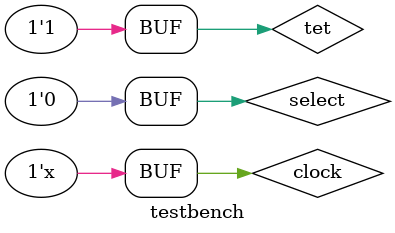
<source format=v>
module CLA_4(X, Y, Cin, S, Cout);
input [3:0] X;
input [3:0] Y;
input Cin;
output [3:0] S;
output Cout;
and get_0_0_0(tmp_0_0_0, X[0], Y[0]);
or get_0_0_1(tmp_0_0_1, X[0], Y[0]);
and get_0_1_0(tmp_0_1_0, X[1], Y[1]);
or get_0_1_1(tmp_0_1_1, X[1], Y[1]);
and get_0_2_0(tmp_0_2_0, X[2], Y[2]);
or get_0_2_1(tmp_0_2_1, X[2], Y[2]);
and get_0_3_0(tmp_0_3_0, X[3], Y[3]);
or get_0_3_1(tmp_0_3_1, X[3], Y[3]);
and get_1_0_0(tmp_1_0_0, ~tmp_0_0_0, tmp_0_0_1);
xor getS0(S0, tmp_1_0_0, Cin);
and get_1_1_0(tmp_1_1_0, ~tmp_0_1_0, tmp_0_1_1);
not get_1_1_1(tmp_1_1_1, tmp_0_0_0);
nand get_1_1_2(tmp_1_1_2, Cin, tmp_0_0_1);
nand get_2_0_0(tmp_2_0_0, tmp_1_1_1, tmp_1_1_2);
xor getS1(S1, tmp_1_1_0, tmp_2_0_0);
and get_1_2_0(tmp_1_2_0, ~tmp_0_2_0, tmp_0_2_1);
not get_1_2_1(tmp_1_2_1, tmp_0_1_0);
nand get_1_2_2(tmp_1_2_2, tmp_0_1_1, tmp_0_0_0);
nand get_1_2_3(tmp_1_2_3, tmp_0_1_1, tmp_0_0_1, Cin);
nand get_2_1_0(tmp_2_1_0, tmp_1_2_1, tmp_1_2_2, tmp_1_2_3);
xor getS2(S2, tmp_1_2_0, tmp_2_1_0);
and get_1_3_0(tmp_1_3_0, ~tmp_0_3_0, tmp_0_3_1);
not get_1_3_1(tmp_1_3_1, tmp_0_2_0);
nand get_1_3_2(tmp_1_3_2, tmp_0_2_1, tmp_0_1_0);
nand get_1_3_3(tmp_1_3_3, tmp_0_2_1, tmp_0_1_1, tmp_0_0_0);
nand get_1_3_4(tmp_1_3_4, tmp_0_2_1, tmp_0_1_1, tmp_0_0_1, Cin); 
nand get_2_2_0(tmp_2_2_0, tmp_1_3_1, tmp_1_3_2, tmp_1_3_3, tmp_1_3_4);
xor getS3(S3, tmp_1_3_0, tmp_2_2_0);
not get_1_4_0(tmp_1_4_0, tmp_0_3_0);
nand get_1_4_1(tmp_1_4_1, tmp_0_3_1, tmp_0_2_0);
nand get_1_4_2(tmp_1_4_2, tmp_0_3_1, tmp_0_2_1, tmp_0_1_0);
nand get_1_4_3(tmp_1_4_3, tmp_0_3_1, tmp_0_2_1, tmp_0_1_1, tmp_0_0_0);
nand get_1_4_4(tmp_1_4_4, tmp_0_3_1, tmp_0_2_1, tmp_0_1_1, tmp_0_0_1, Cin);
nand getCout(Cout, tmp_1_4_0, tmp_1_4_1, tmp_1_4_2, tmp_1_4_3,tmp_1_4_4);
assign S = {S3,S2,S1,S0};
endmodule

module CLA_32(X, Y, Cin, S, Cout);
input [31:0] X, Y; 
input Cin;   
output [31:0] S;
output Cout;
wire Cout0, Cout1, Cout2, Cout3, Cout4, Cout5, Cout6;    
CLA_4 add0 (X[3:0], Y[3:0], Cin, S[3:0], Cout0);
CLA_4 add1 (X[7:4], Y[7:4], Cout0, S[7:4], Cout1);
CLA_4 add2 (X[11:8], Y[11:8], Cout1, S[11:8], Cout2);
CLA_4 add3 (X[15:12], Y[15:12], Cout2, S[15:12], Cout3);
CLA_4 add4 (X[19:16], Y[19:16], Cout3, S[19:16], Cout4);
CLA_4 add5 (X[23:20], Y[23:20], Cout4, S[23:20], Cout5);
CLA_4 add6 (X[27:24], Y[27:24], Cout5, S[27:24], Cout6);
CLA_4 add7 (X[31:28], Y[31:28], Cout6, S[31:28], Cout);
endmodule

module PCadd4(PC_o,PCadd4);
input [31:0] PC_o;//偏移量
output [31:0] PCadd4;//新指令地址
CLA_32 cla32(PC_o,4,0, PCadd4, Cout);
endmodule

module PC(Clk,Reset,Result,Address);  
input Clk;//时钟
input Reset;//是否重置地址。0-初始化PC，否则接受新地址       
input[31:0] Result;
output reg[31:0] Address;
//reg[31:0] Address;
initial begin
Address  <= 0;
end
always @(posedge Clk or negedge Reset)  
begin  
if (!Reset) //如果为0则初始化PC，否则接受新地址
begin  
Address <= 0;  
end  
else   
begin
Address =  Result;  
end  
end  
endmodule

module INSTMEM(Addr,Inst);//指令存储器
input[31:0]Addr;
//input InsMemRW;//状态为'0'，写指令寄存器，否则为读指令寄存器
output[31:0]Inst;
wire[7:0]Rom[31:0];
assign Rom[5'h00]=32'h20010008;//addi $1,$0,8 $1=8
assign Rom[5'h01]=32'h3402000C;//ori $2,$0,12 $2=12
assign Rom[5'h02]=32'h00221820;//add $3,$1,$2 $3=20
assign Rom[5'h03]=32'h00412022;//sub $4,$2,$1 $4=4
assign Rom[5'h04]=32'h00222824;//and $5,$1,$2
assign Rom[5'h05]=32'h00223025;//or $6,$1,$2
assign Rom[5'h06]=32'h14220002;//bne $1,$2,2
assign Rom[5'h07]=32'hXXXXXXXX;
assign Rom[5'h08]=32'hXXXXXXXX;
assign Rom[5'h09]=32'h10220002;// beq $1,$2,2
assign Rom[5'h0A]=32'h0800000D;// J 0D 
assign Rom[5'h0B]=32'hXXXXXXXX;
assign Rom[5'h0C]=32'hXXXXXXXX;
assign Rom[5'h0D]=32'hAD02000A;// sw $2 10($8) memory[$8+10]=12
assign Rom[5'h0E]=32'h8D04000A;//lw $4 10($8) $4=12
assign Rom[5'h0F]=32'h10440003;//beq $2,$4,3
assign Rom[5'h10]=32'hXXXXXXXX;
assign Rom[5'h11]=32'hXXXXXXXX;
assign Rom[5'h12]=32'hXXXXXXXX;
assign Rom[5'h13]=32'h30470009;//andi $2,9,$7
assign Rom[5'h14]=32'hXXXXXXXX;
assign Rom[5'h15]=32'hXXXXXXXX;
assign Rom[5'h16]=32'hXXXXXXXX;
assign Rom[5'h17]=32'hXXXXXXXX;
assign Rom[5'h18]=32'hXXXXXXXX;
assign Rom[5'h19]=32'hXXXXXXXX;
assign Rom[5'h1A]=32'hXXXXXXXX;
assign Rom[5'h1B]=32'hXXXXXXXX;
assign Rom[5'h1C]=32'hXXXXXXXX;
assign Rom[5'h1D]=32'hXXXXXXXX;
assign Rom[5'h1E]=32'hXXXXXXXX;
assign Rom[5'h1F]=32'hXXXXXXXX;
assign Inst=Rom[Addr[6:2]];
endmodule
module DATAMEM(Addr,Din,Clk,We,Dout);
input[31:0]Addr,Din;
input Clk,We;
output[31:0]Dout;
reg[31:0]Ram[31:0];
assign Dout=Ram[Addr[6:2]];
always@(posedge Clk)begin
if(We)Ram[Addr[6:2]]<=Din;
end
integer i;
initial begin
for(i=0;i<32;i=i+1)
Ram[i]=0;
end
endmodule
module SHIFTER32_L2(X,Sh);
input [31:0] X;
output [31:0] Sh;
parameter z=2'b00;
assign Sh={X[29:0],z};
endmodule
module SHIFTER_COMBINATION(X,PCADD4,Sh);
input [26:0] X;
input [31:0] PCADD4;
output [31:0] Sh;
parameter z=2'b00;
assign Sh={PCADD4[3:0],X[26:0],z};
endmodule
module MUX4X32 (A0, A1, A2, A3, S, Y);
input [31:0] A0, A1, A2, A3;
input [1:0] S;
output [31:0] Y;
function [31:0] select;
input [31:0] A0, A1, A2, A3;
input [1:0] S;
case(S)
2'b00: select = A0;
2'b01: select = A1;
2'b10: select = A2;
2'b11: select = A3;
endcase
endfunction
assign Y = select (A0, A1, A2, A3, S);
endmodule

module MUX2X5(A0,A1,S,Y);
input [4:0] A0,A1;
input S;
output [4:0] Y;
function [4:0] select;
input [4:0] A0,A1;
input S;
case(S)
0:select=A0;
1:select=A1;
endcase
endfunction
assign Y=select(A0,A1,S);
endmodule

module EXT16T32 (X, Se, Y);
input [15:0] X;
input Se;
output [31:0] Y;
wire [31:0] E0, E1;
wire [15:0] e = {16{X[15]}};
parameter z = 16'b0;
assign E0 = {z, X};
assign E1 = {e, X};
MUX2X32 i(E0, E1, Se, Y);
endmodule   
module MUX2X32(A0,A1,S,Y);
input [31:0] A0,A1;
input S;
output [31:0] Y;
function [31:0] select;
input [31:0] A0,A1;
input S;
case(S)
0:select=A0;
1:select=A1;
endcase
endfunction
assign Y=select(A0,A1,S);
endmodule
module CONUNIT(Op,Func,Z,Regrt,Se,Wreg,Aluqb,Aluc,Wmem,Pcsrc,Reg2reg);
input[5:0]Op,Func;
input Z;
output Regrt,Se,Wreg,Aluqb,Wmem,Reg2reg;
output[1:0]Pcsrc,Aluc;
wire R_type=~|Op;
wire I_add=R_type&Func[5]&~Func[4]&~Func[3]&~Func[2]&~Func[1]&~Func[0];
wire I_sub=R_type&Func[5]&~Func[4]&~Func[3]&~Func[2]&Func[1]&~Func[0];
wire I_and=R_type&Func[5]&~Func[4]&~Func[3]&Func[2]&~Func[1]&~Func[0];
wire I_or=R_type&Func[5]&~Func[4]&~Func[3]&Func[2]&~Func[1]&Func[0];
wire I_addi=~Op[5]&~Op[4]&Op[3]&~Op[2]&~Op[1]&~Op[0];
wire I_andi=~Op[5]&~Op[4]&Op[3]&Op[2]&~Op[1]&~Op[0];
wire I_ori=~Op[5]&~Op[4]&Op[3]&Op[2]&~Op[1]&Op[0];
wire I_lw=Op[5]&~Op[4]&~Op[3]&~Op[2]&Op[1]&Op[0];
wire I_sw=Op[5]&~Op[4]&Op[3]&~Op[2]&Op[1]&Op[0];
wire I_beq=~Op[5]&~Op[4]&~Op[3]&Op[2]&~Op[1]&~Op[0];
wire I_bne=~Op[5]&~Op[4]&~Op[3]&Op[2]&~Op[1]&Op[0];
wire I_J=~Op[5]&~Op[4]&~Op[3]&~Op[2]&Op[1]&~Op[0];
assign Regrt=I_addi|I_andi|I_ori|I_lw|I_sw|I_beq|I_bne|I_J;
assign Se=I_addi|I_lw|I_sw|I_beq|I_bne;
assign Wreg=I_add|I_sub|I_and|I_or|I_addi|I_andi|I_ori|I_lw;
assign Aluqb=I_add|I_sub|I_and|I_or|I_beq|I_bne|I_J;
assign Aluc[1]=I_and|I_or|I_andi|I_ori;
assign Aluc[0]=I_sub|I_or|I_ori|I_beq|I_bne;
assign Wmem=I_sw;
assign Pcsrc[1]=I_beq&Z|I_bne&~Z|I_J;
assign Pcsrc[0]=I_J;
assign Reg2reg=I_add|I_sub|I_and|I_or|I_addi|I_andi|I_ori|I_sw|I_beq|I_bne|I_J;
endmodule    
module REGFILE(Ra,Rb,D,Wr,We,Clk,Clrn,Qa,Qb);
input [4:0]Ra,Rb,Wr;
input [31:0]D;
input We,Clk,Clrn;
output [31:0]Qa,Qb;
wire [31:0]Y_mux,Q31_reg32,Q30_reg32,Q29_reg32,Q28_reg32,Q27_reg32,Q26_reg32,Q25_reg32,Q24_reg32,Q23_reg32,Q22_reg32,Q21_reg32,Q20_reg32,Q19_reg32,Q18_reg32,Q17_reg32,Q16_reg32,Q15_reg32,Q14_reg32,Q13_reg32,Q12_reg32,Q11_reg32,Q10_reg32,Q9_reg32,Q8_reg32,Q7_reg32,Q6_reg32,Q5_reg32,Q4_reg32,Q3_reg32,Q2_reg32,Q1_reg32,Q0_reg32;
DEC5T32E dec(Wr,We,Y_mux);
REG32  A(D,Y_mux,Clk,Clrn,Q31_reg32,Q30_reg32,Q29_reg32,Q28_reg32,Q27_reg32,Q26_reg32,Q25_reg32,Q24_reg32,Q23_reg32,Q22_reg32,Q21_reg32,Q20_reg32,Q19_reg32,Q18_reg32,Q17_reg32,Q16_reg32,Q15_reg32,Q14_reg32,Q13_reg32,Q12_reg32,Q11_reg32,Q10_reg32,Q9_reg32,Q8_reg32,Q7_reg32,Q6_reg32,Q5_reg32,Q4_reg32,Q3_reg32,Q2_reg32,Q1_reg32,Q0_reg32);
MUX32X32 select1(Q0_reg32,Q1_reg32,Q2_reg32,Q3_reg32,Q4_reg32,Q5_reg32,Q6_reg32,Q7_reg32,Q8_reg32,Q9_reg32,Q10_reg32,Q11_reg32,Q12_reg32,Q13_reg32,Q14_reg32,Q15_reg32,Q16_reg32,Q17_reg32,Q18_reg32,Q19_reg32,Q20_reg32,Q21_reg32,Q22_reg32,Q23_reg32,Q24_reg32,Q25_reg32,Q26_reg32,Q27_reg32,Q28_reg32,Q29_reg32,Q30_reg32,Q31_reg32,Ra,Qa);
MUX32X32 select2(Q0_reg32,Q1_reg32,Q2_reg32,Q3_reg32,Q4_reg32,Q5_reg32,Q6_reg32,Q7_reg32,Q8_reg32,Q9_reg32,Q10_reg32,Q11_reg32,Q12_reg32,Q13_reg32,Q14_reg32,Q15_reg32,Q16_reg32,Q17_reg32,Q18_reg32,Q19_reg32,Q20_reg32,Q21_reg32,Q22_reg32,Q23_reg32,Q24_reg32,Q25_reg32,Q26_reg32,Q27_reg32,Q28_reg32,Q29_reg32,Q30_reg32,Q31_reg32,Rb,Qb);
endmodule

module ALU(X,Y,Aluc,R,Z);
input [31:0]X,Y;
input [1:0]Aluc;
output [31:0]R;
output Z;
wire[31:0]d_as,d_and,d_or,d_and_or;
ADDSUB_32 as(X,Y,Aluc[0],d_as);
assign d_and=X&Y;
assign d_or=X|Y;
MUX2X32 select1(d_and,d_or,Aluc[0],d_and_or);
MUX2X32 seleted(d_as,d_and_or,Aluc[1],R);
assign Z=~|R;
endmodule

module MAIN(Clk,Reset,Addr,Inst,Qa,Qb,ALU_R,NEXTADDR,D);
input Clk,Reset;
output [31:0] Inst,NEXTADDR,ALU_R,Qb,Qa,Addr,D;

wire [31:0]Result,PCadd4,EXTIMM,InstL2,EXTIMML2,D,Y,Dout,mux4x32_2,R;
wire Z,Regrt,Se,Wreg,Aluqb,Reg2reg,Cout,Wmem;
wire [1:0]Aluc,Pcsrc;
wire [4:0]Wr;

PC pc(Clk,Reset,Result,Addr);
PCadd4 pcadd4(Addr,PCadd4);
INSTMEM instmem(Addr,Inst);

CONUNIT conunit(Inst[31:26],Inst[5:0],Z,Regrt,Se,Wreg,Aluqb,Aluc,Wmem,Pcsrc,Reg2reg);
MUX2X5 mux2x5(Inst[15:11],Inst[20:16],Regrt,Wr);
EXT16T32 ext16t32(Inst[15:0],Se,EXTIMM);
SHIFTER_COMBINATION shifter1(Inst[26:0],PCadd4,InstL2);
SHIFTER32_L2 shifter2(EXTIMM,EXTIMML2);
REGFILE regfile(Inst[25:21],Inst[20:16],D,Wr,Wreg,Clk,Reset,Qa,Qb);
MUX2X32 mux2x321(EXTIMM,Qb,Aluqb,Y);
ALU alu(Qa,Y,Aluc,R,Z);
DATAMEM datamem(R,Qb,Clk,Wmem,Dout);
MUX2X32 mux2x322(Dout,R,Reg2reg,D);
CLA_32 cla_32(PCadd4,EXTIMML2,0,mux4x32_2, Cout);
MUX4X32 mux4x32(PCadd4,0,mux4x32_2,InstL2,Pcsrc,Result);
assign NEXTADDR=Result;
assign ALU_R=R;
endmodule

module testbench;
    reg Reset;
    wire [31:0] Addr,Inst,Qa,Qb,ALU_R,NEXTADDR;

    initial begin
        $dumpfile("ref_test.vcd");  // vcd name   
        $dumpvars(0,testbench); // testbench module name
        ain=23;
        bin=34;
        select=0;
        clock=0;
        tet = 1;
    end
    always # 50 clock = ~clock;
    always @(posedge clock) begin
        #1 ain={$random}%2;
        #3 bin={$random}%2;
    end
    
    MAIN uut(
        .Clk(clock),
        .Reset(Reset),
        .Addr(Addr),
        .Inst(Inst),
        .Qa(Qa),
        .Qb(Qb),
        .ALU_R(ALU_R),
        .NEXTADDR(NEXTADDR),
        .D(D)
    );
endmodule
</source>
